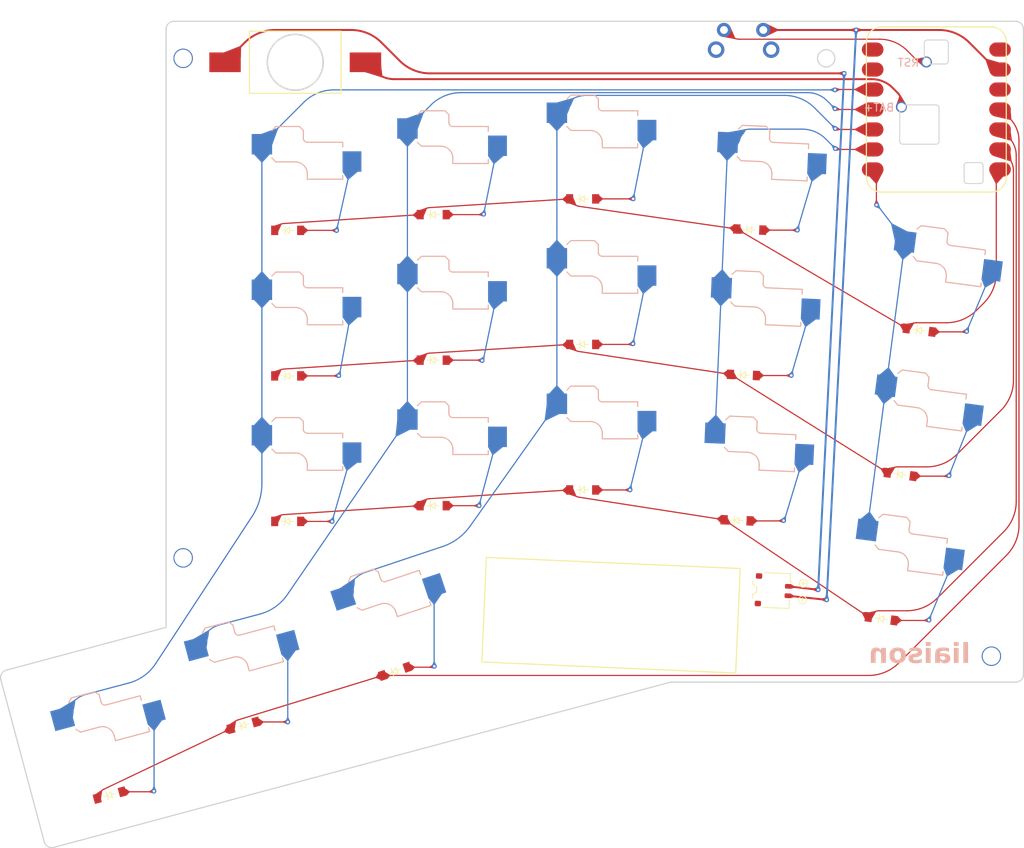
<source format=kicad_pcb>
(kicad_pcb (version 20240108) (generator "pcbnew") (generator_version "8.0")
  (title_block (title "Right") (rev "v1.0.0") (company "Unknown"))
  (layers (0 "F.Cu" signal) (31 "B.Cu" signal) (34 "B.Paste" user) (35 "F.Paste" user) (36 "B.SilkS" user "B.Silkscreen") (37 "F.SilkS" user "F.Silkscreen") (38 "B.Mask" user) (39 "F.Mask" user) (44 "Edge.Cuts" user))
  (net 0 "")
  (net 1 "D0")
  (net 2 "D1")
  (net 3 "C4")
  (net 4 "C3")
  (net 5 "C2")
  (net 6 "C1")
  (net 7 "C0")
  (net 8 "R3")
  (net 9 "R2")
  (net 10 "R1")
  (net 11 "R0")
  (net 12 "RAW3V3")
  (net 13 "RAW5V")
  (net 14 "GND")
  (net 15 "RST")
  (net 16 "BAT")
  (net 17 "mirror_pinky_bottom")
  (net 18 "mirror_pinky_home")
  (net 19 "mirror_pinky_top")
  (net 20 "mirror_ring_bottom")
  (net 21 "mirror_ring_home")
  (net 22 "mirror_ring_top")
  (net 23 "mirror_middle_bottom")
  (net 24 "mirror_middle_home")
  (net 25 "mirror_middle_top")
  (net 26 "mirror_index_bottom")
  (net 27 "mirror_index_home")
  (net 28 "mirror_index_top")
  (net 29 "mirror_inner_bottom")
  (net 30 "mirror_inner_home")
  (net 31 "mirror_inner_top")
  (net 32 "mirror_flexion_cluster")
  (net 33 "mirror_base_cluster")
  (net 34 "mirror_extension_cluster")
  (net 35 "BAT_CONN")
  (footprint "mounting_hole" (layer "F.Cu") (at 247.920531 97.21654)
    (property "Reference" "H3" (hide yes))
    (property "Value" "")
  )
  (footprint "ComboDiode" (layer "F.Cu") (at 261.2066 74.082685)
    (property "Reference" "D14" (hide yes))
    (property "Value" "")
  )
  (footprint "ComboDiode" (layer "F.Cu") (at 336.688431 104.957224 -7.5)
    (property "Reference" "D1" (hide yes))
    (property "Value" "")
  )
  (footprint "ComboDiode" (layer "F.Cu") (at 279.7066 72.082685)
    (property "Reference" "D11" (hide yes))
    (property "Value" "")
  )
  (footprint "ComboDiode" (layer "F.Cu") (at 341.5179 68.273765 -7.5)
    (property "Reference" "D3" (hide yes))
    (property "Value" "")
  )
  (footprint "SKHLLCA010" (layer "F.Cu") (at 319.170531 31.35854)
    (property "Reference" "S19" (hide yes))
    (property "Value" "SKHLLCA010")
  )
  (footprint "mounting_hole" (layer "F.Cu") (at 247.920531 33.71654)
    (property "Reference" "H1" (hide yes))
    (property "Value" "")
  )
  (footprint "ComboDiode" (layer "F.Cu") (at 261.2066 55.582685)
    (property "Reference" "D15" (hide yes))
    (property "Value" "")
  )
  (footprint "ComboDiode" (layer "F.Cu") (at 298.7066 88.582685)
    (property "Reference" "D7" (hide yes))
    (property "Value" "")
  )
  (footprint "ComboDiode" (layer "F.Cu") (at 238.590403 127.378164 15)
    (property "Reference" "D18" (hide yes))
    (property "Value" "")
  )
  (footprint "ComboDiode" (layer "F.Cu") (at 255.587699 118.50284 15)
    (property "Reference" "D17" (hide yes))
    (property "Value" "")
  )
  (footprint "ComboDiode" (layer "F.Cu") (at 279.7066 53.582685)
    (property "Reference" "D12" (hide yes))
    (property "Value" "")
  )
  (footprint "1:xiao_smd_xl_cutout_minimal" (layer "F.Cu") (at 343.670531 40.21654)
    (property "Reference" "MCU1" (hide yes))
    (property "Value" "" (hide yes))
    (fp_line (start -4.655408 0.101392) (end -4.655408 4.034592) (stroke (width 0.12)) (layer "Edge.Cuts"))
    (fp_line (start -4.274408 4.415592) (end -0.036608 4.415592) (stroke (width 0.12)) (layer "Edge.Cuts"))
    (fp_line (start -3.969608 -0.584408) (end -0.036608 -0.584408) (stroke (width 0.12)) (layer "Edge.Cuts"))
    (fp_line (start -1.530247 -6.470047) (end -1.530247 -8.451047) (stroke (width 0.12)) (layer "Edge.Cuts"))
    (fp_line (start -1.149247 -8.832047) (end 1.136553 -8.832047) (stroke (width 0.12)) (layer "Edge.Cuts"))
    (fp_line (start -0.844447 -5.784247) (end 1.136553 -5.784247) (stroke (width 0.12)) (layer "Edge.Cuts"))
    (fp_line (start 0.344392 -0.203408) (end 0.344392 4.034592) (stroke (width 0.12)) (layer "Edge.Cuts"))
    (fp_line (start 1.517553 -6.165247) (end 1.517553 -8.451047) (stroke (width 0.12)) (layer "Edge.Cuts"))
    (fp_line (start 3.530592 7.132409) (end 3.530592 9.037409) (stroke (width 0.12)) (layer "Edge.Cuts"))
    (fp_line (start 3.911592 6.751409) (end 5.562592 6.751409) (stroke (width 0.12)) (layer "Edge.Cuts"))
    (fp_line (start 3.911592 9.418409) (end 5.562592 9.418409) (stroke (width 0.12)) (layer "Edge.Cuts"))
    (fp_line (start 5.943592 7.132409) (end 5.943592 9.037409) (stroke (width 0.12)) (layer "Edge.Cuts"))
    (fp_arc (start -4.274408 4.415592) (mid -4.543816 4.304) (end -4.655408 4.034592) (stroke (width 0.12)) (layer "Edge.Cuts"))
    (fp_arc (start -3.969608 -0.584408) (mid -4.051799 0.019201) (end -4.655408 0.101392) (stroke (width 0.12)) (layer "Edge.Cuts"))
    (fp_arc (start -1.530247 -8.451047) (mid -1.418655 -8.720455) (end -1.149247 -8.832047) (stroke (width 0.12)) (layer "Edge.Cuts"))
    (fp_arc (start -1.530247 -6.470047) (mid -0.926638 -6.387856) (end -0.844447 -5.784247) (stroke (width 0.12)) (layer "Edge.Cuts"))
    (fp_arc (start -0.036608 -0.584408) (mid 0.2328 -0.472816) (end 0.344392 -0.203408) (stroke (width 0.12)) (layer "Edge.Cuts"))
    (fp_arc (start 0.344392 4.034592) (mid 0.2328 4.304) (end -0.036608 4.415592) (stroke (width 0.12)) (layer "Edge.Cuts"))
    (fp_arc (start 1.136553 -8.832047) (mid 1.405958 -8.720453) (end 1.517553 -8.451047) (stroke (width 0.12)) (layer "Edge.Cuts"))
    (fp_arc (start 1.517553 -6.165247) (mid 1.40596 -5.89584) (end 1.136553 -5.784247) (stroke (width 0.12)) (layer "Edge.Cuts"))
    (fp_arc (start 3.530592 7.132409) (mid 3.642181 6.862993) (end 3.911592 6.751409) (stroke (width 0.12)) (layer "Edge.Cuts"))
    (fp_arc (start 3.911592 9.418409) (mid 3.642186 9.306814) (end 3.530592 9.037409) (stroke (width 0.12)) (layer "Edge.Cuts"))
    (fp_arc (start 5.562592 6.751409) (mid 5.832002 6.862999) (end 5.943592 7.132409) (stroke (width 0.12)) (layer "Edge.Cuts"))
    (fp_arc (start 5.943592 9.037409) (mid 5.831996 9.306808) (end 5.562592 9.418409) (stroke (width 0.12)) (layer "Edge.Cuts"))
  )
  (footprint "conn_molex_pico_ezmate_1x02" (layer "F.Cu") (at 322.954492 101.354278 -92.5)
    (property "Reference" "CONN1" (hide yes))
    (property "Value" "")
  )
  (footprint "ComboDiode" (layer "F.Cu") (at 319.952526 55.482674 -2.5)
    (property "Reference" "D6" (hide yes))
    (property "Value" "")
  )
  (footprint "ComboDiode" (layer "F.Cu") (at 279.7066 90.582685)
    (property "Reference" "D10" (hide yes))
    (property "Value" "")
  )
  (footprint "ComboDiode" (layer "F.Cu") (at 261.2066 92.582685)
    (property "Reference" "D13" (hide yes))
    (property "Value" "")
  )
  (footprint "icon_bat" (layer "F.Cu") (at 326.700923 101.517851 -92.5)
    (property "Reference" "ICON1" (hide yes))
    (property "Value" "")
  )
  (footprint "ComboDiode" (layer "F.Cu") (at 339.103165 86.615494 -7.5)
    (property "Reference" "D2" (hide yes))
    (property "Value" "")
  )
  (footprint "mounting_hole" (layer "F.Cu") (at 350.670531 109.71654)
    (property "Reference" "H2" (hide yes))
    (property "Value" "")
  )
  (footprint "ComboDiode" (layer "F.Cu") (at 318.338609 92.447459 -2.5)
    (property "Reference" "D4" (hide yes))
    (property "Value" "")
  )
  (footprint "1208YD" (layer "F.Cu") (at 262.170531 34.21654)
    (property "Reference" "SW1" (hide yes))
    (property "Value" "")
    (fp_circle (center 0 0) (end 3.55 0) (stroke (width 0.2)) (fill none) (layer "Edge.Cuts"))
  )
  (footprint "ComboDiode" (layer "F.Cu") (at 319.145568 73.965066 -2.5)
    (property "Reference" "D5" (hide yes))
    (property "Value" "")
  )
  (footprint "ComboDiode" (layer "F.Cu") (at 298.7066 51.582685)
    (property "Reference" "D9" (hide yes))
    (property "Value" "")
  )
  (footprint "ComboDiode" (layer "F.Cu") (at 274.850277 111.64179 18.5)
    (property "Reference" "D16" (hide yes))
    (property "Value" "")
  )
  (footprint "ComboDiode" (layer "F.Cu") (at 298.7066 70.082685)
    (property "Reference" "D8" (hide yes))
    (property "Value" "")
  )
  (footprint "ceoloide:switch_choc_v1_v2" (layer "B.Cu") (at 337.341062 100 -7.5)
    (property "Reference" "S1" (hide yes))
    (property "Value" "")
  )
  (footprint "ceoloide:switch_choc_v1_v2" (layer "B.Cu") (at 298.7066 65.082685)
    (property "Reference" "S8" (hide yes))
    (property "Value" "")
  )
  (footprint "ceoloide:switch_choc_v1_v2" (layer "B.Cu") (at 237.296307 122.548534 15)
    (property "Reference" "S18" (hide yes))
    (property "Value" "")
  )
  (footprint "ceoloide:switch_choc_v1_v2" (layer "B.Cu") (at 298.7066 46.582685)
    (property "Reference" "S9" (hide yes))
    (property "Value" "")
  )
  (footprint "ceoloide:switch_choc_v1_v2" (layer "B.Cu") (at 254.293604 113.673211 15)
    (property "Reference" "S17" (hide yes))
    (property "Value" "")
  )
  (footprint "ceoloide:switch_choc_v1_v2" (layer "B.Cu") (at 261.2066 87.582685)
    (property "Reference" "S13" (hide yes))
    (property "Value" "")
  )
  (footprint "ceoloide:switch_choc_v1_v2" (layer "B.Cu") (at 279.7066 67.082685)
    (property "Reference" "S11" (hide yes))
    (property "Value" "")
  )
  (footprint "ceoloide:switch_choc_v1_v2" (layer "B.Cu") (at 318.556706 87.452217 -2.5)
    (property "Reference" "S4" (hide yes))
    (property "Value" "")
  )
  (footprint "ceoloide:switch_choc_v1_v2" (layer "B.Cu") (at 273.263754 106.900172 18.5)
    (property "Reference" "S16" (hide yes))
    (property "Value" "")
  )
  (footprint "ceoloide:switch_choc_v1_v2" (layer "B.Cu") (at 279.7066 85.582685)
    (property "Reference" "S10" (hide yes))
    (property "Value" "")
  )
  (footprint "ceoloide:switch_choc_v1_v2" (layer "B.Cu") (at 342.170531 63.31654 -7.5)
    (property "Reference" "S3" (hide yes))
    (property "Value" "")
  )
  (footprint "ceoloide:switch_choc_v1_v2" (layer "B.Cu") (at 320.170623 50.487433 -2.5)
    (property "Reference" "S6" (hide yes))
    (property "Value" "")
  )
  (footprint "ceoloide:switch_choc_v1_v2" (layer "B.Cu") (at 261.2066 50.582685)
    (property "Reference" "S15" (hide yes))
    (property "Value" "")
  )
  (footprint "ceoloide:switch_choc_v1_v2" (layer "B.Cu") (at 298.7066 83.582685)
    (property "Reference" "S7" (hide yes))
    (property "Value" "")
  )
  (footprint "ceoloide:switch_choc_v1_v2" (layer "B.Cu") (at 319.363665 68.969825 -2.5)
    (property "Reference" "S5" (hide yes))
    (property "Value" "")
  )
  (footprint "ceoloide:switch_choc_v1_v2" (layer "B.Cu") (at 279.7066 48.582685)
    (property "Reference" "S12" (hide yes))
    (property "Value" "")
  )
  (footprint "ceoloide:switch_choc_v1_v2" (layer "B.Cu") (at 261.2066 69.082685)
    (property "Reference" "S14" (hide yes))
    (property "Value" "")
  )
  (footprint "ceoloide:switch_choc_v1_v2" (layer "B.Cu") (at 339.755796 81.65827 -7.5)
    (property "Reference" "S2" (hide yes))
    (property "Value" "")
  )
  (gr_line (start 318.16116 111.857809) (end 318.741297 98.570467) (stroke (width 0.15)) (layer "F.SilkS"))
  (gr_line (start 285.891902 110.448903) (end 318.16116 111.857809) (stroke (width 0.15)) (layer "F.SilkS"))
  (gr_line (start 286.47204 97.161561) (end 285.891902 110.448903) (stroke (width 0.15)) (layer "F.SilkS"))
  (gr_line (start 318.741297 98.570467) (end 286.47204 97.161561) (stroke (width 0.15)) (layer "F.SilkS"))
  (gr_arc (start 224.747353 112.712095) (mid 224.847266 111.953287) (end 225.45446 111.48735) (stroke (width 0.15)) (layer "Edge.Cuts"))
  (gr_line (start 224.747353 112.712095) (end 230.266588 133.310153) (stroke (width 0.15)) (layer "Edge.Cuts"))
  (gr_arc (start 354.748031 112.00854) (mid 354.455126 112.715632) (end 353.748031 113.00854) (stroke (width 0.15)) (layer "Edge.Cuts"))
  (gr_line (start 245.748031 106.049703) (end 245.748031 30.00854) (stroke (width 0.15)) (layer "Edge.Cuts"))
  (gr_arc (start 245.748031 30.00854) (mid 246.040912 29.301418) (end 246.748031 29.00854) (stroke (width 0.15)) (layer "Edge.Cuts"))
  (gr_arc (start 353.748031 29.00854) (mid 354.455104 29.301447) (end 354.748031 30.00854) (stroke (width 0.15)) (layer "Edge.Cuts"))
  (gr_line (start 309.896941 113.00854) (end 353.748031 113.00854) (stroke (width 0.15)) (layer "Edge.Cuts"))
  (gr_line (start 245.748031 106.049703) (end 225.45446 111.48735) (stroke (width 0.15)) (layer "Edge.Cuts"))
  (gr_arc (start 231.491333 134.01726) (mid 230.732517 133.917366) (end 230.266588 133.310153) (stroke (width 0.15)) (layer "Edge.Cuts"))
  (gr_line (start 354.748031 112.00854) (end 354.748031 30.00854) (stroke (width 0.15)) (layer "Edge.Cuts"))
  (gr_circle (center 329.670531 33.71654) (end 330.770531 33.71654) (stroke (width 0.15)) (fill none) (layer "Edge.Cuts"))
  (gr_line (start 309.896941 113.00854) (end 231.491333 134.01726) (stroke (width 0.15)) (layer "Edge.Cuts"))
  (gr_line (start 353.748031 29.00854) (end 246.748031 29.00854) (stroke (width 0.15)) (layer "Edge.Cuts"))
  (gr_text "liaison" (at 348 111 0) (layer "B.SilkS") (effects (font (size 2.5 2.5) (thickness 0.3) (bold yes)) (justify left bottom mirror)))
  (segment (start 330.872093 37.67654) (end 336.050531 37.67654) (width 0.15) (layer "F.Cu") (net 3))
  (segment (start 330.813597 37.70077) (end 330.789367 37.725) (width 0.15) (layer "F.Cu") (net 3))
  (via (at 330.789367 37.725) (size 0.6) (drill 0.3) (layers "F.Cu" "B.Cu") (net 3))
  (arc (start 330.872093 37.67654) (mid 330.840435 37.682837) (end 330.813597 37.70077) (width 0.15) (layer "F.Cu") (net 3))
  (segment (start 233.358963 116.299454) (end 232.592927 117.648908) (width 0.15) (layer "B.Cu") (net 3))
  (segment (start 263.245492 39.318792) (end 257.9316 44.632685) (width 0.15) (layer "B.Cu") (net 3))
  (segment (start 330.789367 37.725) (end 267.093248 37.725) (width 0.15) (layer "B.Cu") (net 3))
  (segment (start 257.9316 81.632685) (end 257.9316 87.749154) (width 0.15) (layer "B.Cu") (net 3))
  (segment (start 257.9316 63.132685) (end 257.9316 44.632685) (width 0.15) (layer "B.Cu") (net 3))
  (segment (start 257.9316 81.632685) (end 257.9316 63.132685) (width 0.15) (layer "B.Cu") (net 3))
  (segment (start 244.431593 110.654579) (end 256.674545 91.962612) (width 0.15) (layer "B.Cu") (net 3))
  (segment (start 241.000212 113.129635) (end 235.625032 114.552833) (width 0.15) (layer "B.Cu") (net 3))
  (arc (start 235.625032 114.552833) (mid 234.315955 115.197745) (end 233.358963 116.299454) (width 0.15) (layer "B.Cu") (net 3))
  (arc (start 267.093248 37.725) (mid 265.010857 38.139213) (end 263.245492 39.318792) (width 0.15) (layer "B.Cu") (net 3))
  (arc (start 257.9316 87.749154) (mid 257.610638 89.947643) (end 256.674545 91.962612) (width 0.15) (layer "B.Cu") (net 3))
  (arc (start 244.431593 110.654579) (mid 242.944962 112.209671) (end 241.000212 113.129635) (width 0.15) (layer "B.Cu") (net 3))
  (segment (start 330.84577 40.17077) (end 330.8 40.125) (width 0.15) (layer "F.Cu") (net 4))
  (segment (start 330.956268 40.21654) (end 336.050531 40.21654) (width 0.15) (layer "F.Cu") (net 4))
  (via (at 330.8 40.125) (size 0.6) (drill 0.3) (layers "F.Cu" "B.Cu") (net 4))
  (arc (start 330.84577 40.17077) (mid 330.896467 40.204644) (end 330.956268 40.21654) (width 0.15) (layer "F.Cu") (net 4))
  (segment (start 283.243248 38.075) (end 327.300431 38.075) (width 0.15) (layer "B.Cu") (net 4))
  (segment (start 276.4316 42.632685) (end 276.4316 61.132685) (width 0.15) (layer "B.Cu") (net 4))
  (segment (start 276.4316 79.632685) (end 276.4316 61.132685) (width 0.15) (layer "B.Cu") (net 4))
  (segment (start 276.4316 79.632685) (end 261.158987 101.90273) (width 0.15) (layer "B.Cu") (net 4))
  (segment (start 250.370112 107.436792) (end 249.590224 108.773585) (width 0.15) (layer "B.Cu") (net 4))
  (segment (start 329.775 39.1) (end 330.8 40.125) (width 0.15) (layer "B.Cu") (net 4))
  (segment (start 279.395492 39.668792) (end 276.4316 42.632685) (width 0.15) (layer "B.Cu") (net 4))
  (segment (start 252.64547 105.701493) (end 257.681304 104.359566) (width 0.15) (layer "B.Cu") (net 4))
  (arc (start 329.775 39.1) (mid 328.639658 38.341388) (end 327.300431 38.075) (width 0.15) (layer "B.Cu") (net 4))
  (arc (start 283.243248 38.075) (mid 281.160857 38.489213) (end 279.395492 39.668792) (width 0.15) (layer "B.Cu") (net 4))
  (arc (start 261.158987 101.90273) (mid 259.64027 103.442736) (end 257.681304 104.359566) (width 0.15) (layer "B.Cu") (net 4))
  (arc (start 252.64547 105.701493) (mid 251.335915 106.343776) (end 250.370112 107.436792) (width 0.15) (layer "B.Cu") (net 4))
  (segment (start 331.006875 42.75654) (end 336.050531 42.75654) (width 0.15) (layer "F.Cu") (net 5))
  (segment (start 330.825 42.65) (end 330.87827 42.70327) (width 0.15) (layer "F.Cu") (net 5))
  (via (at 330.825 42.65) (size 0.6) (drill 0.3) (layers "F.Cu" "B.Cu") (net 5))
  (arc (start 330.87827 42.70327) (mid 330.937274 42.742695) (end 331.006875 42.75654) (width 0.15) (layer "F.Cu") (net 5))
  (segment (start 295.4316 59.132685) (end 295.4316 40.632685) (width 0.15) (layer "B.Cu") (net 5))
  (segment (start 271.148769 99.032826) (end 280.90744 95.773867) (width 0.15) (layer "B.Cu") (net 5))
  (segment (start 296.535442 39.528842) (end 295.4316 40.632685) (width 0.15) (layer "B.Cu") (net 5))
  (segment (start 324.346036 38.425) (end 299.200354 38.425) (width 0.15) (layer "B.Cu") (net 5))
  (segment (start 295.4316 59.132685) (end 295.4316 77.632685) (width 0.15) (layer "B.Cu") (net 5))
  (segment (start 284.397282 93.186168) (end 295.4316 77.632685) (width 0.15) (layer "B.Cu") (net 5))
  (segment (start 328.193792 40.018792) (end 330.825 42.65) (width 0.15) (layer "B.Cu") (net 5))
  (segment (start 268.972515 100.910909) (end 268.270031 102.296819) (width 0.15) (layer "B.Cu") (net 5))
  (arc (start 284.397282 93.186168) (mid 282.858325 94.757786) (end 280.90744 95.773867) (width 0.15) (layer "B.Cu") (net 5))
  (arc (start 328.193792 40.018792) (mid 326.428426 38.839213) (end 324.346036 38.425) (width 0.15) (layer "B.Cu") (net 5))
  (arc (start 271.148769 99.032826) (mid 269.87533 99.757135) (end 268.972515 100.910909) (width 0.15) (layer "B.Cu") (net 5))
  (arc (start 299.200354 38.425) (mid 297.758114 38.711879) (end 296.535442 39.528842) (width 0.15) (layer "B.Cu") (net 5))
  (segment (start 331.011847 45.29654) (end 336.050531 45.29654) (width 0.15) (layer "F.Cu") (net 6))
  (segment (start 330.842062 45.197082) (end 330.891791 45.246811) (width 0.15) (layer "F.Cu") (net 6))
  (via (at 330.842062 45.197082) (size 0.6) (drill 0.3) (layers "F.Cu" "B.Cu") (net 6))
  (arc (start 330.891791 45.246811) (mid 330.946873 45.283615) (end 331.011847 45.29654) (width 0.15) (layer "F.Cu") (net 6))
  (segment (start 318.001348 43.557169) (end 317.158275 44.400243) (width 0.15) (layer "B.Cu") (net 6))
  (segment (start 316.351317 62.882635) (end 315.544358 81.365027) (width 0.15) (layer "B.Cu") (net 6))
  (segment (start 316.351317 62.882635) (end 317.158275 44.400243) (width 0.15) (layer "B.Cu") (net 6))
  (segment (start 326.603339 42.714096) (end 320.036707 42.714096) (width 0.15) (layer "B.Cu") (net 6))
  (segment (start 329.600569 43.955589) (end 330.842062 45.197082) (width 0.15) (layer "B.Cu") (net 6))
  (arc (start 320.036707 42.714096) (mid 318.935178 42.933203) (end 318.001348 43.557169) (width 0.15) (layer "B.Cu") (net 6))
  (arc (start 329.600569 43.955589) (mid 328.225428 43.036749) (end 326.603339 42.714096) (width 0.15) (layer "B.Cu") (net 6))
  (segment (start 336.050531 52.308228) (end 336.050531 47.83654) (width 0.15) (layer "F.Cu") (net 7))
  (segment (start 336.062765 52.337765) (end 336.075 52.35) (width 0.15) (layer "F.Cu") (net 7))
  (via (at 336.075 52.35) (size 0.6) (drill 0.3) (layers "F.Cu" "B.Cu") (net 7))
  (arc (start 336.050531 52.308228) (mid 336.05371 52.324213) (end 336.062765 52.337765) (width 0.15) (layer "F.Cu") (net 7))
  (segment (start 339.70018 56.98997) (end 336.539611 52.85754) (width 0.15) (layer "B.Cu") (net 7))
  (segment (start 336.075 52.35) (end 336.2375 52.5125) (width 0.15) (layer "B.Cu") (net 7))
  (segment (start 337.285445 75.3317) (end 334.870711 93.67343) (width 0.15) (layer "B.Cu") (net 7))
  (segment (start 339.70018 56.98997) (end 337.285445 75.3317) (width 0.15) (layer "B.Cu") (net 7))
  (arc (start 336.2375 52.5125) (mid 336.394271 52.680015) (end 336.539611 52.85754) (width 0.15) (layer "B.Cu") (net 7))
  (segment (start 254.866394 117.824034) (end 273.285543 112.165343) (width 0.15) (layer "F.Cu") (net 8))
  (segment (start 353.02077 41.37077) (end 352.070189 40.420189) (width 0.15) (layer "F.Cu") (net 8))
  (segment (start 351.578535 40.21654) (end 351.290531 40.21654) (width 0.15) (layer "F.Cu") (net 8))
  (segment (start 237.185812 127.327607) (end 236.996625 127.805215) (width 0.15) (layer "F.Cu") (net 8))
  (segment (start 354.175 44.157327) (end 354.175 93.046036) (width 0.15) (layer "F.Cu") (net 8))
  (segment (start 254.18446 118.452445) (end 253.993921 118.929891) (width 0.15) (layer "F.Cu") (net 8))
  (segment (start 352.581207 96.893792) (end 338.903449 110.57155) (width 0.15) (layer "F.Cu") (net 8))
  (segment (start 273.285543 112.165343) (end 335.055693 112.165343) (width 0.15) (layer "F.Cu") (net 8))
  (segment (start 253.993921 118.929891) (end 237.838742 126.628993) (width 0.15) (layer "F.Cu") (net 8))
  (arc (start 352.070189 40.420189) (mid 351.844616 40.269466) (end 351.578535 40.21654) (width 0.15) (layer "F.Cu") (net 8))
  (arc (start 254.866394 117.824034) (mid 254.45409 118.060826) (end 254.18446 118.452445) (width 0.15) (layer "F.Cu") (net 8))
  (arc (start 338.903449 110.57155) (mid 337.138083 111.751129) (end 335.055693 112.165343) (width 0.15) (layer "F.Cu") (net 8))
  (arc (start 237.838742 126.628993) (mid 237.446101 126.916452) (end 237.185812 127.327607) (width 0.15) (layer "F.Cu") (net 8))
  (arc (start 354.175 93.046036) (mid 353.760786 95.128426) (end 352.581207 96.893792) (width 0.15) (layer "F.Cu") (net 8))
  (arc (start 353.02077 41.37077) (mid 353.875025 42.649253) (end 354.175 44.157327) (width 0.15) (layer "F.Cu") (net 8))
  (segment (start 259.8658 92.166342) (end 259.5566 92.582685) (width 0.15) (layer "F.Cu") (net 9))
  (segment (start 296.519991 88.616077) (end 279.235059 89.691703) (width 0.15) (layer "F.Cu") (net 9))
  (segment (start 353.825 90.046036) (end 353.825 46.074233) (width 0.15) (layer "F.Cu") (net 9))
  (segment (start 316.690179 92.375487) (end 298.256255 89.507649) (width 0.15) (layer "F.Cu") (net 9))
  (segment (start 339.932586 103.93845) (end 336.424046 103.93845) (width 0.15) (layer "F.Cu") (net 9))
  (segment (start 334.581347 104.42452) (end 316.690179 92.375487) (width 0.15) (layer "F.Cu") (net 9))
  (segment (start 352.231207 93.893792) (end 343.780342 102.344657) (width 0.15) (layer "F.Cu") (net 9))
  (segment (start 260.692498 91.716217) (end 277.521644 90.617607) (width 0.15) (layer "F.Cu") (net 9))
  (segment (start 352.090493 42.965493) (end 352.85327 43.72827) (width 0.15) (layer "F.Cu") (net 9))
  (segment (start 351.586035 42.75654) (end 351.290531 42.75654) (width 0.15) (layer "F.Cu") (net 9))
  (arc (start 279.235059 89.691703) (mid 278.755914 89.828659) (end 278.3783 90.153842) (width 0.15) (layer "F.Cu") (net 9))
  (arc (start 334.581347 104.42452) (mid 335.032935 104.53895) (end 335.45425 104.340153) (width 0.15) (layer "F.Cu") (net 9))
  (arc (start 260.692498 91.716217) (mid 260.229598 91.850275) (end 259.8658 92.166342) (width 0.15) (layer "F.Cu") (net 9))
  (arc (start 352.090493 42.965493) (mid 351.859045 42.810845) (end 351.586035 42.75654) (width 0.15) (layer "F.Cu") (net 9))
  (arc (start 278.3783 90.153842) (mid 278.000731 90.479485) (end 277.521644 90.617607) (width 0.15) (layer "F.Cu") (net 9))
  (arc (start 336.424046 103.93845) (mid 335.899196 104.042849) (end 335.45425 104.340153) (width 0.15) (layer "F.Cu") (net 9))
  (arc (start 297.3908 89.003842) (mid 297.002953 88.703159) (end 296.519991 88.616077) (width 0.15) (layer "F.Cu") (net 9))
  (arc (start 352.85327 43.72827) (mid 353.572455 44.804607) (end 353.825 46.074233) (width 0.15) (layer "F.Cu") (net 9))
  (arc (start 343.780342 102.344657) (mid 342.014976 103.524236) (end 339.932586 103.93845) (width 0.15) (layer "F.Cu") (net 9))
  (arc (start 297.3908 89.003842) (mid 297.776016 89.337362) (end 298.256255 89.507649) (width 0.15) (layer "F.Cu") (net 9))
  (arc (start 353.825 90.046036) (mid 353.410786 92.128426) (end 352.231207 93.893792) (width 0.15) (layer "F.Cu") (net 9))
  (segment (start 338.747826 85.65) (end 342.446036 85.65) (width 0.15) (layer "F.Cu") (net 10))
  (segment (start 346.293792 84.056207) (end 351.881207 78.468792) (width 0.15) (layer "F.Cu") (net 10))
  (segment (start 278.3783 71.653842) (end 278.0566 72.082685) (width 0.15) (layer "F.Cu") (net 10))
  (segment (start 353.475 74.621036) (end 353.475 48.033817) (width 0.15) (layer "F.Cu") (net 10))
  (segment (start 352.076957 45.501957) (end 352.67327 46.09827) (width 0.15) (layer "F.Cu") (net 10))
  (segment (start 351.581035 45.29654) (end 351.290531 45.29654) (width 0.15) (layer "F.Cu") (net 10))
  (segment (start 260.692498 73.216217) (end 278.0566 72.082685) (width 0.15) (layer "F.Cu") (net 10))
  (segment (start 259.8658 73.666342) (end 259.5566 74.082685) (width 0.15) (layer "F.Cu") (net 10))
  (segment (start 298.214244 70.977747) (end 317.497138 73.893094) (width 0.15) (layer "F.Cu") (net 10))
  (segment (start 296.537515 70.114987) (end 279.235059 71.191703) (width 0.15) (layer "F.Cu") (net 10))
  (segment (start 337.017746 86.118588) (end 317.497138 73.893094) (width 0.15) (layer "F.Cu") (net 10))
  (arc (start 297.3783 70.491342) (mid 297.004259 70.199613) (end 296.537515 70.114987) (width 0.15) (layer "F.Cu") (net 10))
  (arc (start 260.692498 73.216217) (mid 260.229598 73.350275) (end 259.8658 73.666342) (width 0.15) (layer "F.Cu") (net 10))
  (arc (start 353.475 74.621036) (mid 353.060786 76.703426) (end 351.881207 78.468792) (width 0.15) (layer "F.Cu") (net 10))
  (arc (start 352.076957 45.501957) (mid 351.849426 45.349926) (end 351.581035 45.29654) (width 0.15) (layer "F.Cu") (net 10))
  (arc (start 338.747826 85.65) (mid 338.257782 85.747475) (end 337.842344 86.025063) (width 0.15) (layer "F.Cu") (net 10))
  (arc (start 352.67327 46.09827) (mid 353.266637 46.986306) (end 353.475 48.033817) (width 0.15) (layer "F.Cu") (net 10))
  (arc (start 297.3783 70.491342) (mid 297.749887 70.814262) (end 298.214244 70.977747) (width 0.15) (layer "F.Cu") (net 10))
  (arc (start 337.017746 86.118588) (mid 337.446388 86.215924) (end 337.842344 86.025063) (width 0.15) (layer "F.Cu") (net 10))
  (arc (start 346.293792 84.056207) (mid 344.528426 85.235786) (end 342.446036 85.65) (width 0.15) (layer "F.Cu") (net 10))
  (arc (start 279.235059 71.191703) (mid 278.755914 71.328659) (end 278.3783 71.653842) (width 0.15) (layer "F.Cu") (net 10))
  (segment (start 340.248714 67.691698) (end 339.882016 68.058397) (width 0.15) (layer "F.Cu") (net 11))
  (segment (start 351.290531 60.980505) (end 351.290531 47.83654) (width 0.15) (layer "F.Cu") (net 11))
  (segment (start 341.134002 67.325) (end 344.946036 67.325) (width 0.15) (layer "F.Cu") (net 11))
  (segment (start 318.304096 55.410702) (end 298.266913 52.527964) (width 0.15) (layer "F.Cu") (net 11))
  (segment (start 297.3908 52.016342) (end 297.0566 51.582685) (width 0.15) (layer "F.Cu") (net 11))
  (segment (start 318.304096 55.410702) (end 339.882016 68.058397) (width 0.15) (layer "F.Cu") (net 11))
  (segment (start 259.8658 55.166342) (end 259.5566 55.582685) (width 0.15) (layer "F.Cu") (net 11))
  (segment (start 277.521644 53.617606) (end 260.692498 54.716217) (width 0.15) (layer "F.Cu") (net 11))
  (segment (start 279.235059 52.691703) (end 297.0566 51.582685) (width 0.15) (layer "F.Cu") (net 11))
  (segment (start 349.696737 64.828261) (end 348.793792 65.731207) (width 0.15) (layer "F.Cu") (net 11))
  (arc (start 260.692498 54.716217) (mid 260.229598 54.850275) (end 259.8658 55.166342) (width 0.15) (layer "F.Cu") (net 11))
  (arc (start 341.134002 67.325) (mid 340.654887 67.420301) (end 340.248714 67.691698) (width 0.15) (layer "F.Cu") (net 11))
  (arc (start 278.3783 53.153842) (mid 278.000731 53.479485) (end 277.521644 53.617606) (width 0.15) (layer "F.Cu") (net 11))
  (arc (start 297.3908 52.016342) (mid 297.778908 52.357686) (end 298.266913 52.527964) (width 0.15) (layer "F.Cu") (net 11))
  (arc (start 279.235059 52.691703) (mid 278.755914 52.828659) (end 278.3783 53.153842) (width 0.15) (layer "F.Cu") (net 11))
  (arc (start 351.290531 60.980505) (mid 350.876317 63.062895) (end 349.696737 64.828261) (width 0.15) (layer "F.Cu") (net 11))
  (arc (start 348.793792 65.731207) (mid 347.028426 66.910786) (end 344.946036 67.325) (width 0.15) (layer "F.Cu") (net 11))
  (segment (start 347.856323 31.702332) (end 351.290531 35.13654) (width 0.25) (layer "F.Cu") (net 14))
  (segment (start 344.008567 30.10854) (end 333.475 30.10854) (width 0.25) (layer "F.Cu") (net 14))
  (segment (start 329.725 102.55) (end 324.801536 102.035493) (width 0.25) (layer "F.Cu") (net 14))
  (segment (start 333.475 30.10854) (end 321.670531 30.10854) (width 0.25) (layer "F.Cu") (net 14))
  (via (at 329.725 102.55) (size 0.6) (drill 0.3) (layers "F.Cu" "B.Cu") (net 14))
  (via (at 333.475 30.10854) (size 0.6) (drill 0.3) (layers "F.Cu" "B.Cu") (net 14))
  (arc (start 347.856323 31.702332) (mid 346.090957 30.522753) (end 344.008567 30.10854) (width 0.25) (layer "F.Cu") (net 14))
  (segment (start 333.475 30.10854) (end 329.725 102.55) (width 0.25) (layer "B.Cu") (net 14))
  (segment (start 341.906617 34.18454) (end 342.400531 34.18454) (width 0.15) (layer "F.Cu") (net 15))
  (segment (start 318.676381 31.28354) (end 336.460386 31.28354) (width 0.15) (layer "F.Cu") (net 15))
  (segment (start 317.258031 30.69604) (end 316.670531 30.10854) (width 0.15) (layer "F.Cu") (net 15))
  (segment (start 341.063453 33.83529) (end 339.962203 32.73404) (width 0.15) (layer "F.Cu") (net 15))
  (arc (start 317.258031 30.69604) (mid 317.908775 31.130853) (end 318.676381 31.28354) (width 0.15) (layer "F.Cu") (net 15))
  (arc (start 341.063453 33.83529) (mid 341.450299 34.093772) (end 341.906617 34.18454) (width 0.15) (layer "F.Cu") (net 15))
  (arc (start 339.962203 32.73404) (mid 338.355555 31.660512) (end 336.460386 31.28354) (width 0.15) (layer "F.Cu") (net 15))
  (segment (start 338.757423 38.107423) (end 338.118535 37.468535) (width 0.25) (layer "F.Cu") (net 16))
  (segment (start 274.757275 36.36154) (end 335.446011 36.36154) (width 0.25) (layer "F.Cu") (net 16))
  (segment (start 339.225531 39.237535) (end 339.225531 39.89954) (width 0.25) (layer "F.Cu") (net 16))
  (segment (start 272.168031 35.28904) (end 271.095531 34.21654) (width 0.25) (layer "F.Cu") (net 16))
  (arc (start 338.118535 37.468535) (mid 336.89237 36.649238) (end 335.446011 36.36154) (width 0.25) (layer "F.Cu") (net 16))
  (arc (start 338.757423 38.107423) (mid 339.103873 38.625922) (end 339.225531 39.237535) (width 0.25) (layer "F.Cu") (net 16))
  (arc (start 272.168031 35.28904) (mid 273.355986 36.082806) (end 274.757275 36.36154) (width 0.25) (layer "F.Cu") (net 16))
  (segment (start 342.701204 105.148796) (end 342.725 105.125) (width 0.15) (layer "F.Cu") (net 17))
  (segment (start 342.643755 105.172592) (end 338.324315 105.172592) (width 0.15) (layer "F.Cu") (net 17))
  (via (at 342.725 105.125) (size 0.6) (drill 0.3) (layers "F.Cu" "B.Cu") (net 17))
  (arc (start 342.701204 105.148796) (mid 342.674846 105.166407) (end 342.643755 105.172592) (width 0.15) (layer "F.Cu") (net 17))
  (segment (start 342.725 105.125) (end 345.935597 97.349133) (width 0.15) (layer "B.Cu") (net 17))
  (segment (start 345.247069 86.802931) (end 345.275 86.775) (width 0.15) (layer "F.Cu") (net 18))
  (segment (start 345.179637 86.830862) (end 340.739049 86.830862) (width 0.15) (layer "F.Cu") (net 18))
  (via (at 345.275 86.775) (size 0.6) (drill 0.3) (layers "F.Cu" "B.Cu") (net 18))
  (arc (start 345.247069 86.802931) (mid 345.216131 86.823602) (end 345.179637 86.830862) (width 0.15) (layer "F.Cu") (net 18))
  (segment (start 345.275 86.775) (end 348.350331 79.007403) (width 0.15) (layer "B.Cu") (net 18))
  (segment (start 347.492933 68.457066) (end 347.525 68.425) (width 0.15) (layer "F.Cu") (net 19))
  (segment (start 347.415518 68.489133) (end 343.153784 68.489133) (width 0.15) (layer "F.Cu") (net 19))
  (via (at 347.525 68.425) (size 0.6) (drill 0.3) (layers "F.Cu" "B.Cu") (net 19))
  (arc (start 347.492933 68.457066) (mid 347.457414 68.480799) (end 347.415518 68.489133) (width 0.15) (layer "F.Cu") (net 19))
  (segment (start 347.525 68.425) (end 350.765066 60.665673) (width 0.15) (layer "B.Cu") (net 19))
  (segment (start 324.174151 92.519431) (end 319.987039 92.519431) (width 0.15) (layer "F.Cu") (net 20))
  (segment (start 324.25 92.475) (end 324.227784 92.497215) (width 0.15) (layer "F.Cu") (net 20))
  (via (at 324.25 92.475) (size 0.6) (drill 0.3) (layers "F.Cu" "B.Cu") (net 20))
  (arc (start 324.227784 92.497215) (mid 324.203177 92.513657) (end 324.174151 92.519431) (width 0.15) (layer "F.Cu") (net 20))
  (segment (start 324.25 92.475) (end 324.3125 92.4125) (width 0.15) (layer "B.Cu") (net 20))
  (segment (start 324.400643 92.265413) (end 326.887498 84.062375) (width 0.15) (layer "B.Cu") (net 20))
  (arc (start 324.400643 92.265413) (mid 324.365645 92.344394) (end 324.3125 92.4125) (width 0.15) (layer "B.Cu") (net 20))
  (segment (start 325.225 74.025) (end 325.218981 74.031019) (width 0.15) (layer "F.Cu") (net 21))
  (segment (start 325.204449 74.037038) (end 320.793998 74.037038) (width 0.15) (layer "F.Cu") (net 21))
  (via (at 325.225 74.025) (size 0.6) (drill 0.3) (layers "F.Cu" "B.Cu") (net 21))
  (arc (start 325.218981 74.031019) (mid 325.212313 74.035473) (end 325.204449 74.037038) (width 0.15) (layer "F.Cu") (net 21))
  (segment (start 325.225 74.025) (end 327.694457 65.579983) (width 0.15) (layer "B.Cu") (net 21))
  (segment (start 326 55.55) (end 325.997677 55.552323) (width 0.15) (layer "F.Cu") (net 22))
  (segment (start 325.992068 55.554646) (end 321.600956 55.554646) (width 0.15) (layer "F.Cu") (net 22))
  (via (at 326 55.55) (size 0.6) (drill 0.3) (layers "F.Cu" "B.Cu") (net 22))
  (arc (start 325.997677 55.552323) (mid 325.995103 55.554042) (end 325.992068 55.554646) (width 0.15) (layer "F.Cu") (net 22))
  (segment (start 326 55.55) (end 328.501415 47.097591) (width 0.15) (layer "B.Cu") (net 22))
  (segment (start 304.721157 88.578842) (end 304.725 88.575) (width 0.15) (layer "F.Cu") (net 23))
  (segment (start 304.71188 88.582685) (end 300.3566 88.582685) (width 0.15) (layer "F.Cu") (net 23))
  (via (at 304.725 88.575) (size 0.6) (drill 0.3) (layers "F.Cu" "B.Cu") (net 23))
  (arc (start 304.721157 88.578842) (mid 304.7169 88.581686) (end 304.71188 88.582685) (width 0.15) (layer "F.Cu") (net 23))
  (segment (start 304.725 88.575) (end 306.8816 79.832685) (width 0.15) (layer "B.Cu") (net 23))
  (segment (start 304.958847 70.082685) (end 300.3566 70.082685) (width 0.15) (layer "F.Cu") (net 24))
  (segment (start 305.058657 70.041342) (end 305.1 70) (width 0.15) (layer "F.Cu") (net 24))
  (via (at 305.1 70) (size 0.6) (drill 0.3) (layers "F.Cu" "B.Cu") (net 24))
  (arc (start 305.058657 70.041342) (mid 305.012864 70.07194) (end 304.958847 70.082685) (width 0.15) (layer "F.Cu") (net 24))
  (segment (start 305.1 70) (end 306.8816 61.332685) (width 0.15) (layer "B.Cu") (net 24))
  (segment (start 305.11188 51.582685) (end 300.3566 51.582685) (width 0.15) (layer "F.Cu") (net 25))
  (segment (start 305.121157 51.578842) (end 305.125 51.575) (width 0.15) (layer "F.Cu") (net 25))
  (via (at 305.125 51.575) (size 0.6) (drill 0.3) (layers "F.Cu" "B.Cu") (net 25))
  (arc (start 305.121157 51.578842) (mid 305.1169 51.581686) (end 305.11188 51.582685) (width 0.15) (layer "F.Cu") (net 25))
  (segment (start 305.153444 51.532661) (end 306.8816 42.832685) (width 0.15) (layer "B.Cu") (net 25))
  (segment (start 305.1375 51.5625) (end 305.125 51.575) (width 0.15) (layer "B.Cu") (net 25))
  (arc (start 305.153444 51.532661) (mid 305.147686 51.548763) (end 305.1375 51.5625) (width 0.15) (layer "B.Cu") (net 25))
  (segment (start 285.534755 90.582685) (end 281.3566 90.582685) (width 0.15) (layer "F.Cu") (net 26))
  (segment (start 285.537967 90.584566) (end 285.537026 90.583625) (width 0.15) (layer "F.Cu") (net 26))
  (via (at 285.537967 90.584566) (size 0.6) (drill 0.3) (layers "F.Cu" "B.Cu") (net 26))
  (arc (start 285.537026 90.583625) (mid 285.535984 90.582929) (end 285.534755 90.582685) (width 0.15) (layer "F.Cu") (net 26))
  (segment (start 285.537967 90.584566) (end 287.8816 81.832685) (width 0.15) (layer "B.Cu") (net 26))
  (segment (start 285.925 72.125) (end 285.903842 72.103842) (width 0.15) (layer "F.Cu") (net 27))
  (segment (start 285.852763 72.082685) (end 281.3566 72.082685) (width 0.15) (layer "F.Cu") (net 27))
  (via (at 285.925 72.125) (size 0.6) (drill 0.3) (layers "F.Cu" "B.Cu") (net 27))
  (arc (start 285.903842 72.103842) (mid 285.880407 72.088183) (end 285.852763 72.082685) (width 0.15) (layer "F.Cu") (net 27))
  (segment (start 285.925 72.125) (end 286.0125 72.0375) (width 0.15) (layer "B.Cu") (net 27))
  (segment (start 286.125053 71.828819) (end 287.8816 63.332685) (width 0.15) (layer "B.Cu") (net 27))
  (arc (start 286.125053 71.828819) (mid 286.084053 71.941399) (end 286.0125 72.0375) (width 0.15) (layer "B.Cu") (net 27))
  (segment (start 286.096157 53.553842) (end 286.125 53.525) (width 0.15) (layer "F.Cu") (net 28))
  (segment (start 286.026525 53.582685) (end 281.3566 53.582685) (width 0.15) (layer "F.Cu") (net 28))
  (via (at 286.125 53.525) (size 0.6) (drill 0.3) (layers "F.Cu" "B.Cu") (net 28))
  (arc (start 286.096157 53.553842) (mid 286.064209 53.575188) (end 286.026525 53.582685) (width 0.15) (layer "F.Cu") (net 28))
  (segment (start 286.125 53.525) (end 287.8816 44.832685) (width 0.15) (layer "B.Cu") (net 28))
  (segment (start 266.852107 92.582685) (end 262.8566 92.582685) (width 0.15) (layer "F.Cu") (net 29))
  (segment (start 266.853602 92.582066) (end 266.854221 92.581447) (width 0.15) (layer "F.Cu") (net 29))
  (via (at 266.854221 92.581447) (size 0.6) (drill 0.3) (layers "F.Cu" "B.Cu") (net 29))
  (arc (start 266.853602 92.582066) (mid 266.852916 92.582524) (end 266.852107 92.582685) (width 0.15) (layer "F.Cu") (net 29))
  (segment (start 266.854221 92.581447) (end 269.3816 83.832685) (width 0.15) (layer "B.Cu") (net 29))
  (segment (start 267.644203 74.082685) (end 262.8566 74.082685) (width 0.15) (layer "F.Cu") (net 30))
  (segment (start 267.683657 74.066342) (end 267.7 74.05) (width 0.15) (layer "F.Cu") (net 30))
  (via (at 267.7 74.05) (size 0.6) (drill 0.3) (layers "F.Cu" "B.Cu") (net 30))
  (arc (start 267.683657 74.066342) (mid 267.665555 74.078437) (end 267.644203 74.082685) (width 0.15) (layer "F.Cu") (net 30))
  (segment (start 267.75 74) (end 267.7 74.05) (width 0.15) (layer "B.Cu") (net 30))
  (segment (start 267.812764 73.880451) (end 269.3816 65.332685) (width 0.15) (layer "B.Cu") (net 30))
  (arc (start 267.812764 73.880451) (mid 267.790475 73.944999) (end 267.75 74) (width 0.15) (layer "B.Cu") (net 30))
  (segment (start 267.395441 55.582685) (end 262.8566 55.582685) (width 0.15) (layer "F.Cu") (net 31))
  (segment (start 267.416342 55.591342) (end 267.425 55.6) (width 0.15) (layer "F.Cu") (net 31))
  (via (at 267.425 55.6) (size 0.6) (drill 0.3) (layers "F.Cu" "B.Cu") (net 31))
  (arc (start 267.416342 55.591342) (mid 267.406752 55.584934) (end 267.395441 55.582685) (width 0.15) (layer "F.Cu") (net 31))
  (segment (start 267.425 55.6) (end 269.3816 46.832685) (width 0.15) (layer "B.Cu") (net 31))
  (segment (start 279.648156 111.118237) (end 276.415011 111.118237) (width 0.15) (layer "F.Cu") (net 32))
  (segment (start 279.790881 111.059118) (end 279.85 111) (width 0.15) (layer "F.Cu") (net 32))
  (via (at 279.85 111) (size 0.6) (drill 0.3) (layers "F.Cu" "B.Cu") (net 32))
  (arc (start 279.790881 111.059118) (mid 279.725398 111.102872) (end 279.648156 111.118237) (width 0.15) (layer "F.Cu") (net 32))
  (segment (start 279.826407 110.959724) (end 279.826407 100.749993) (width 0.15) (layer "B.Cu") (net 32))
  (segment (start 279.838203 110.988203) (end 279.85 111) (width 0.15) (layer "B.Cu") (net 32))
  (arc (start 279.826407 110.959724) (mid 279.829472 110.975136) (end 279.838203 110.988203) (width 0.15) (layer "B.Cu") (net 32))
  (segment (start 261.225 118.075) (end 261.224605 118.075394) (width 0.15) (layer "F.Cu") (net 33))
  (segment (start 261.223653 118.075789) (end 257.181477 118.075789) (width 0.15) (layer "F.Cu") (net 33))
  (via (at 261.225 118.075) (size 0.6) (drill 0.3) (layers "F.Cu" "B.Cu") (net 33))
  (arc (start 261.224605 118.075394) (mid 261.224168 118.075686) (end 261.223653 118.075789) (width 0.15) (layer "F.Cu") (net 33))
  (segment (start 261.222238 118.072238) (end 261.225 118.075) (width 0.15) (layer "B.Cu") (net 33))
  (segment (start 261.219476 118.065569) (end 261.219476 107.935143) (width 0.15) (layer "B.Cu") (net 33))
  (arc (start 261.219476 118.065569) (mid 261.220193 118.069178) (end 261.222238 118.072238) (width 0.15) (layer "B.Cu") (net 33))
  (segment (start 244.2 126.875) (end 244.161943 126.913056) (width 0.15) (layer "F.Cu") (net 34))
  (segment (start 244.070066 126.951113) (end 240.184181 126.951113) (width 0.15) (layer "F.Cu") (net 34))
  (via (at 244.2 126.875) (size 0.6) (drill 0.3) (layers "F.Cu" "B.Cu") (net 34))
  (arc (start 244.161943 126.913056) (mid 244.119789 126.941222) (end 244.070066 126.951113) (width 0.15) (layer "F.Cu") (net 34))
  (segment (start 244.222179 126.837138) (end 244.222179 116.810466) (width 0.15) (layer "B.Cu") (net 34))
  (segment (start 244.2 126.875) (end 244.211089 126.86391) (width 0.15) (layer "B.Cu") (net 34))
  (arc (start 244.222179 126.837138) (mid 244.219296 126.851627) (end 244.211089 126.86391) (width 0.15) (layer "B.Cu") (net 34))
  (segment (start 255.759048 31.703022) (end 253.245531 34.21654) (width 0.25) (layer "F.Cu") (net 35))
  (segment (start 279.303963 35.625) (end 331.95 35.625) (width 0.25) (layer "F.Cu") (net 35))
  (segment (start 275.456207 34.031207) (end 273.128022 31.703022) (width 0.25) (layer "F.Cu") (net 35))
  (segment (start 328.643431 101.270756) (end 324.853879 100.836635) (width 0.25) (layer "F.Cu") (net 35))
  (segment (start 259.606804 30.10923) (end 269.280266 30.10923) (width 0.25) (layer "F.Cu") (net 35))
  (via (at 328.643431 101.270756) (size 0.6) (drill 0.3) (layers "F.Cu" "B.Cu") (net 35))
  (via (at 331.95 35.625) (size 0.6) (drill 0.3) (layers "F.Cu" "B.Cu") (net 35))
  (arc (start 275.456207 34.031207) (mid 277.221572 35.210786) (end 279.303963 35.625) (width 0.25) (layer "F.Cu") (net 35))
  (arc (start 259.606804 30.10923) (mid 257.524413 30.523443) (end 255.759048 31.703022) (width 0.25) (layer "F.Cu") (net 35))
  (arc (start 273.128022 31.703022) (mid 271.362656 30.523443) (end 269.280266 30.10923) (width 0.25) (layer "F.Cu") (net 35))
  (segment (start 328.643431 101.270756) (end 331.95 35.625) (width 0.25) (layer "B.Cu") (net 35))
)
</source>
